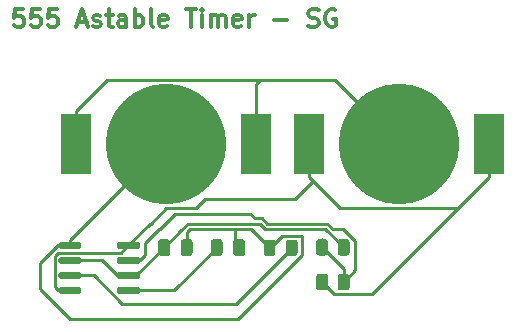
<source format=gbr>
%TF.GenerationSoftware,KiCad,Pcbnew,(5.1.10)-1*%
%TF.CreationDate,2021-09-27T22:12:15-07:00*%
%TF.ProjectId,KiCad_IntroProject_SG,4b694361-645f-4496-9e74-726f50726f6a,rev?*%
%TF.SameCoordinates,Original*%
%TF.FileFunction,Copper,L1,Top*%
%TF.FilePolarity,Positive*%
%FSLAX46Y46*%
G04 Gerber Fmt 4.6, Leading zero omitted, Abs format (unit mm)*
G04 Created by KiCad (PCBNEW (5.1.10)-1) date 2021-09-27 22:12:15*
%MOMM*%
%LPD*%
G01*
G04 APERTURE LIST*
%TA.AperFunction,NonConductor*%
%ADD10C,0.300000*%
%TD*%
%TA.AperFunction,SMDPad,CuDef*%
%ADD11R,2.500000X5.100000*%
%TD*%
%TA.AperFunction,SMDPad,CuDef*%
%ADD12C,10.200000*%
%TD*%
%TA.AperFunction,Conductor*%
%ADD13C,0.250000*%
%TD*%
G04 APERTURE END LIST*
D10*
X124302857Y-77918571D02*
X123588571Y-77918571D01*
X123517142Y-78632857D01*
X123588571Y-78561428D01*
X123731428Y-78490000D01*
X124088571Y-78490000D01*
X124231428Y-78561428D01*
X124302857Y-78632857D01*
X124374285Y-78775714D01*
X124374285Y-79132857D01*
X124302857Y-79275714D01*
X124231428Y-79347142D01*
X124088571Y-79418571D01*
X123731428Y-79418571D01*
X123588571Y-79347142D01*
X123517142Y-79275714D01*
X125731428Y-77918571D02*
X125017142Y-77918571D01*
X124945714Y-78632857D01*
X125017142Y-78561428D01*
X125160000Y-78490000D01*
X125517142Y-78490000D01*
X125660000Y-78561428D01*
X125731428Y-78632857D01*
X125802857Y-78775714D01*
X125802857Y-79132857D01*
X125731428Y-79275714D01*
X125660000Y-79347142D01*
X125517142Y-79418571D01*
X125160000Y-79418571D01*
X125017142Y-79347142D01*
X124945714Y-79275714D01*
X127160000Y-77918571D02*
X126445714Y-77918571D01*
X126374285Y-78632857D01*
X126445714Y-78561428D01*
X126588571Y-78490000D01*
X126945714Y-78490000D01*
X127088571Y-78561428D01*
X127160000Y-78632857D01*
X127231428Y-78775714D01*
X127231428Y-79132857D01*
X127160000Y-79275714D01*
X127088571Y-79347142D01*
X126945714Y-79418571D01*
X126588571Y-79418571D01*
X126445714Y-79347142D01*
X126374285Y-79275714D01*
X128945714Y-78990000D02*
X129660000Y-78990000D01*
X128802857Y-79418571D02*
X129302857Y-77918571D01*
X129802857Y-79418571D01*
X130231428Y-79347142D02*
X130374285Y-79418571D01*
X130660000Y-79418571D01*
X130802857Y-79347142D01*
X130874285Y-79204285D01*
X130874285Y-79132857D01*
X130802857Y-78990000D01*
X130660000Y-78918571D01*
X130445714Y-78918571D01*
X130302857Y-78847142D01*
X130231428Y-78704285D01*
X130231428Y-78632857D01*
X130302857Y-78490000D01*
X130445714Y-78418571D01*
X130660000Y-78418571D01*
X130802857Y-78490000D01*
X131302857Y-78418571D02*
X131874285Y-78418571D01*
X131517142Y-77918571D02*
X131517142Y-79204285D01*
X131588571Y-79347142D01*
X131731428Y-79418571D01*
X131874285Y-79418571D01*
X133017142Y-79418571D02*
X133017142Y-78632857D01*
X132945714Y-78490000D01*
X132802857Y-78418571D01*
X132517142Y-78418571D01*
X132374285Y-78490000D01*
X133017142Y-79347142D02*
X132874285Y-79418571D01*
X132517142Y-79418571D01*
X132374285Y-79347142D01*
X132302857Y-79204285D01*
X132302857Y-79061428D01*
X132374285Y-78918571D01*
X132517142Y-78847142D01*
X132874285Y-78847142D01*
X133017142Y-78775714D01*
X133731428Y-79418571D02*
X133731428Y-77918571D01*
X133731428Y-78490000D02*
X133874285Y-78418571D01*
X134160000Y-78418571D01*
X134302857Y-78490000D01*
X134374285Y-78561428D01*
X134445714Y-78704285D01*
X134445714Y-79132857D01*
X134374285Y-79275714D01*
X134302857Y-79347142D01*
X134160000Y-79418571D01*
X133874285Y-79418571D01*
X133731428Y-79347142D01*
X135302857Y-79418571D02*
X135160000Y-79347142D01*
X135088571Y-79204285D01*
X135088571Y-77918571D01*
X136445714Y-79347142D02*
X136302857Y-79418571D01*
X136017142Y-79418571D01*
X135874285Y-79347142D01*
X135802857Y-79204285D01*
X135802857Y-78632857D01*
X135874285Y-78490000D01*
X136017142Y-78418571D01*
X136302857Y-78418571D01*
X136445714Y-78490000D01*
X136517142Y-78632857D01*
X136517142Y-78775714D01*
X135802857Y-78918571D01*
X138088571Y-77918571D02*
X138945714Y-77918571D01*
X138517142Y-79418571D02*
X138517142Y-77918571D01*
X139445714Y-79418571D02*
X139445714Y-78418571D01*
X139445714Y-77918571D02*
X139374285Y-77990000D01*
X139445714Y-78061428D01*
X139517142Y-77990000D01*
X139445714Y-77918571D01*
X139445714Y-78061428D01*
X140160000Y-79418571D02*
X140160000Y-78418571D01*
X140160000Y-78561428D02*
X140231428Y-78490000D01*
X140374285Y-78418571D01*
X140588571Y-78418571D01*
X140731428Y-78490000D01*
X140802857Y-78632857D01*
X140802857Y-79418571D01*
X140802857Y-78632857D02*
X140874285Y-78490000D01*
X141017142Y-78418571D01*
X141231428Y-78418571D01*
X141374285Y-78490000D01*
X141445714Y-78632857D01*
X141445714Y-79418571D01*
X142731428Y-79347142D02*
X142588571Y-79418571D01*
X142302857Y-79418571D01*
X142160000Y-79347142D01*
X142088571Y-79204285D01*
X142088571Y-78632857D01*
X142160000Y-78490000D01*
X142302857Y-78418571D01*
X142588571Y-78418571D01*
X142731428Y-78490000D01*
X142802857Y-78632857D01*
X142802857Y-78775714D01*
X142088571Y-78918571D01*
X143445714Y-79418571D02*
X143445714Y-78418571D01*
X143445714Y-78704285D02*
X143517142Y-78561428D01*
X143588571Y-78490000D01*
X143731428Y-78418571D01*
X143874285Y-78418571D01*
X145517142Y-78847142D02*
X146660000Y-78847142D01*
X148445714Y-79347142D02*
X148660000Y-79418571D01*
X149017142Y-79418571D01*
X149160000Y-79347142D01*
X149231428Y-79275714D01*
X149302857Y-79132857D01*
X149302857Y-78990000D01*
X149231428Y-78847142D01*
X149160000Y-78775714D01*
X149017142Y-78704285D01*
X148731428Y-78632857D01*
X148588571Y-78561428D01*
X148517142Y-78490000D01*
X148445714Y-78347142D01*
X148445714Y-78204285D01*
X148517142Y-78061428D01*
X148588571Y-77990000D01*
X148731428Y-77918571D01*
X149088571Y-77918571D01*
X149302857Y-77990000D01*
X150731428Y-77990000D02*
X150588571Y-77918571D01*
X150374285Y-77918571D01*
X150160000Y-77990000D01*
X150017142Y-78132857D01*
X149945714Y-78275714D01*
X149874285Y-78561428D01*
X149874285Y-78775714D01*
X149945714Y-79061428D01*
X150017142Y-79204285D01*
X150160000Y-79347142D01*
X150374285Y-79418571D01*
X150517142Y-79418571D01*
X150731428Y-79347142D01*
X150802857Y-79275714D01*
X150802857Y-78775714D01*
X150517142Y-78775714D01*
D11*
%TO.P,BT1,1*%
%TO.N,Net-(BT1-Pad1)*%
X128775001Y-89325001D03*
X143975001Y-89325001D03*
D12*
%TO.P,BT1,2*%
%TO.N,GND*%
X136375001Y-89325001D03*
%TD*%
%TO.P,BT2,2*%
%TO.N,Net-(BT1-Pad1)*%
X156125001Y-89325001D03*
D11*
%TO.P,BT2,1*%
%TO.N,VCC*%
X163725001Y-89325001D03*
X148525001Y-89325001D03*
%TD*%
%TO.P,C1,2*%
%TO.N,GND*%
%TA.AperFunction,SMDPad,CuDef*%
G36*
G01*
X137625001Y-98580001D02*
X137625001Y-97630001D01*
G75*
G02*
X137875001Y-97380001I250000J0D01*
G01*
X138375001Y-97380001D01*
G75*
G02*
X138625001Y-97630001I0J-250000D01*
G01*
X138625001Y-98580001D01*
G75*
G02*
X138375001Y-98830001I-250000J0D01*
G01*
X137875001Y-98830001D01*
G75*
G02*
X137625001Y-98580001I0J250000D01*
G01*
G37*
%TD.AperFunction*%
%TO.P,C1,1*%
%TO.N,Net-(C1-Pad1)*%
%TA.AperFunction,SMDPad,CuDef*%
G36*
G01*
X135725001Y-98580001D02*
X135725001Y-97630001D01*
G75*
G02*
X135975001Y-97380001I250000J0D01*
G01*
X136475001Y-97380001D01*
G75*
G02*
X136725001Y-97630001I0J-250000D01*
G01*
X136725001Y-98580001D01*
G75*
G02*
X136475001Y-98830001I-250000J0D01*
G01*
X135975001Y-98830001D01*
G75*
G02*
X135725001Y-98580001I0J250000D01*
G01*
G37*
%TD.AperFunction*%
%TD*%
%TO.P,C2,1*%
%TO.N,Net-(C2-Pad1)*%
%TA.AperFunction,SMDPad,CuDef*%
G36*
G01*
X140175001Y-98580001D02*
X140175001Y-97630001D01*
G75*
G02*
X140425001Y-97380001I250000J0D01*
G01*
X140925001Y-97380001D01*
G75*
G02*
X141175001Y-97630001I0J-250000D01*
G01*
X141175001Y-98580001D01*
G75*
G02*
X140925001Y-98830001I-250000J0D01*
G01*
X140425001Y-98830001D01*
G75*
G02*
X140175001Y-98580001I0J250000D01*
G01*
G37*
%TD.AperFunction*%
%TO.P,C2,2*%
%TO.N,GND*%
%TA.AperFunction,SMDPad,CuDef*%
G36*
G01*
X142075001Y-98580001D02*
X142075001Y-97630001D01*
G75*
G02*
X142325001Y-97380001I250000J0D01*
G01*
X142825001Y-97380001D01*
G75*
G02*
X143075001Y-97630001I0J-250000D01*
G01*
X143075001Y-98580001D01*
G75*
G02*
X142825001Y-98830001I-250000J0D01*
G01*
X142325001Y-98830001D01*
G75*
G02*
X142075001Y-98580001I0J250000D01*
G01*
G37*
%TD.AperFunction*%
%TD*%
%TO.P,D1,1*%
%TO.N,GND*%
%TA.AperFunction,SMDPad,CuDef*%
G36*
G01*
X144670001Y-98576251D02*
X144670001Y-97663751D01*
G75*
G02*
X144913751Y-97420001I243750J0D01*
G01*
X145401251Y-97420001D01*
G75*
G02*
X145645001Y-97663751I0J-243750D01*
G01*
X145645001Y-98576251D01*
G75*
G02*
X145401251Y-98820001I-243750J0D01*
G01*
X144913751Y-98820001D01*
G75*
G02*
X144670001Y-98576251I0J243750D01*
G01*
G37*
%TD.AperFunction*%
%TO.P,D1,2*%
%TO.N,Net-(D1-Pad2)*%
%TA.AperFunction,SMDPad,CuDef*%
G36*
G01*
X146545001Y-98576251D02*
X146545001Y-97663751D01*
G75*
G02*
X146788751Y-97420001I243750J0D01*
G01*
X147276251Y-97420001D01*
G75*
G02*
X147520001Y-97663751I0J-243750D01*
G01*
X147520001Y-98576251D01*
G75*
G02*
X147276251Y-98820001I-243750J0D01*
G01*
X146788751Y-98820001D01*
G75*
G02*
X146545001Y-98576251I0J243750D01*
G01*
G37*
%TD.AperFunction*%
%TD*%
%TO.P,R1,1*%
%TO.N,Net-(R1-Pad1)*%
%TA.AperFunction,SMDPad,CuDef*%
G36*
G01*
X149080001Y-98525002D02*
X149080001Y-97625000D01*
G75*
G02*
X149330000Y-97375001I249999J0D01*
G01*
X149855002Y-97375001D01*
G75*
G02*
X150105001Y-97625000I0J-249999D01*
G01*
X150105001Y-98525002D01*
G75*
G02*
X149855002Y-98775001I-249999J0D01*
G01*
X149330000Y-98775001D01*
G75*
G02*
X149080001Y-98525002I0J249999D01*
G01*
G37*
%TD.AperFunction*%
%TO.P,R1,2*%
%TO.N,Net-(C1-Pad1)*%
%TA.AperFunction,SMDPad,CuDef*%
G36*
G01*
X150905001Y-98525002D02*
X150905001Y-97625000D01*
G75*
G02*
X151155000Y-97375001I249999J0D01*
G01*
X151680002Y-97375001D01*
G75*
G02*
X151930001Y-97625000I0J-249999D01*
G01*
X151930001Y-98525002D01*
G75*
G02*
X151680002Y-98775001I-249999J0D01*
G01*
X151155000Y-98775001D01*
G75*
G02*
X150905001Y-98525002I0J249999D01*
G01*
G37*
%TD.AperFunction*%
%TD*%
%TO.P,R2,2*%
%TO.N,Net-(R1-Pad1)*%
%TA.AperFunction,SMDPad,CuDef*%
G36*
G01*
X150905001Y-101475002D02*
X150905001Y-100575000D01*
G75*
G02*
X151155000Y-100325001I249999J0D01*
G01*
X151680002Y-100325001D01*
G75*
G02*
X151930001Y-100575000I0J-249999D01*
G01*
X151930001Y-101475002D01*
G75*
G02*
X151680002Y-101725001I-249999J0D01*
G01*
X151155000Y-101725001D01*
G75*
G02*
X150905001Y-101475002I0J249999D01*
G01*
G37*
%TD.AperFunction*%
%TO.P,R2,1*%
%TO.N,VCC*%
%TA.AperFunction,SMDPad,CuDef*%
G36*
G01*
X149080001Y-101475002D02*
X149080001Y-100575000D01*
G75*
G02*
X149330000Y-100325001I249999J0D01*
G01*
X149855002Y-100325001D01*
G75*
G02*
X150105001Y-100575000I0J-249999D01*
G01*
X150105001Y-101475002D01*
G75*
G02*
X149855002Y-101725001I-249999J0D01*
G01*
X149330000Y-101725001D01*
G75*
G02*
X149080001Y-101475002I0J249999D01*
G01*
G37*
%TD.AperFunction*%
%TD*%
%TO.P,U1,1*%
%TO.N,GND*%
%TA.AperFunction,SMDPad,CuDef*%
G36*
G01*
X127275001Y-98070001D02*
X127275001Y-97770001D01*
G75*
G02*
X127425001Y-97620001I150000J0D01*
G01*
X129075001Y-97620001D01*
G75*
G02*
X129225001Y-97770001I0J-150000D01*
G01*
X129225001Y-98070001D01*
G75*
G02*
X129075001Y-98220001I-150000J0D01*
G01*
X127425001Y-98220001D01*
G75*
G02*
X127275001Y-98070001I0J150000D01*
G01*
G37*
%TD.AperFunction*%
%TO.P,U1,2*%
%TO.N,Net-(C1-Pad1)*%
%TA.AperFunction,SMDPad,CuDef*%
G36*
G01*
X127275001Y-99340001D02*
X127275001Y-99040001D01*
G75*
G02*
X127425001Y-98890001I150000J0D01*
G01*
X129075001Y-98890001D01*
G75*
G02*
X129225001Y-99040001I0J-150000D01*
G01*
X129225001Y-99340001D01*
G75*
G02*
X129075001Y-99490001I-150000J0D01*
G01*
X127425001Y-99490001D01*
G75*
G02*
X127275001Y-99340001I0J150000D01*
G01*
G37*
%TD.AperFunction*%
%TO.P,U1,3*%
%TO.N,Net-(D1-Pad2)*%
%TA.AperFunction,SMDPad,CuDef*%
G36*
G01*
X127275001Y-100610001D02*
X127275001Y-100310001D01*
G75*
G02*
X127425001Y-100160001I150000J0D01*
G01*
X129075001Y-100160001D01*
G75*
G02*
X129225001Y-100310001I0J-150000D01*
G01*
X129225001Y-100610001D01*
G75*
G02*
X129075001Y-100760001I-150000J0D01*
G01*
X127425001Y-100760001D01*
G75*
G02*
X127275001Y-100610001I0J150000D01*
G01*
G37*
%TD.AperFunction*%
%TO.P,U1,4*%
%TO.N,VCC*%
%TA.AperFunction,SMDPad,CuDef*%
G36*
G01*
X127275001Y-101880001D02*
X127275001Y-101580001D01*
G75*
G02*
X127425001Y-101430001I150000J0D01*
G01*
X129075001Y-101430001D01*
G75*
G02*
X129225001Y-101580001I0J-150000D01*
G01*
X129225001Y-101880001D01*
G75*
G02*
X129075001Y-102030001I-150000J0D01*
G01*
X127425001Y-102030001D01*
G75*
G02*
X127275001Y-101880001I0J150000D01*
G01*
G37*
%TD.AperFunction*%
%TO.P,U1,5*%
%TO.N,Net-(C2-Pad1)*%
%TA.AperFunction,SMDPad,CuDef*%
G36*
G01*
X132225001Y-101880001D02*
X132225001Y-101580001D01*
G75*
G02*
X132375001Y-101430001I150000J0D01*
G01*
X134025001Y-101430001D01*
G75*
G02*
X134175001Y-101580001I0J-150000D01*
G01*
X134175001Y-101880001D01*
G75*
G02*
X134025001Y-102030001I-150000J0D01*
G01*
X132375001Y-102030001D01*
G75*
G02*
X132225001Y-101880001I0J150000D01*
G01*
G37*
%TD.AperFunction*%
%TO.P,U1,6*%
%TO.N,Net-(C1-Pad1)*%
%TA.AperFunction,SMDPad,CuDef*%
G36*
G01*
X132225001Y-100610001D02*
X132225001Y-100310001D01*
G75*
G02*
X132375001Y-100160001I150000J0D01*
G01*
X134025001Y-100160001D01*
G75*
G02*
X134175001Y-100310001I0J-150000D01*
G01*
X134175001Y-100610001D01*
G75*
G02*
X134025001Y-100760001I-150000J0D01*
G01*
X132375001Y-100760001D01*
G75*
G02*
X132225001Y-100610001I0J150000D01*
G01*
G37*
%TD.AperFunction*%
%TO.P,U1,7*%
%TO.N,Net-(R1-Pad1)*%
%TA.AperFunction,SMDPad,CuDef*%
G36*
G01*
X132225001Y-99340001D02*
X132225001Y-99040001D01*
G75*
G02*
X132375001Y-98890001I150000J0D01*
G01*
X134025001Y-98890001D01*
G75*
G02*
X134175001Y-99040001I0J-150000D01*
G01*
X134175001Y-99340001D01*
G75*
G02*
X134025001Y-99490001I-150000J0D01*
G01*
X132375001Y-99490001D01*
G75*
G02*
X132225001Y-99340001I0J150000D01*
G01*
G37*
%TD.AperFunction*%
%TO.P,U1,8*%
%TO.N,VCC*%
%TA.AperFunction,SMDPad,CuDef*%
G36*
G01*
X132225001Y-98070001D02*
X132225001Y-97770001D01*
G75*
G02*
X132375001Y-97620001I150000J0D01*
G01*
X134025001Y-97620001D01*
G75*
G02*
X134175001Y-97770001I0J-150000D01*
G01*
X134175001Y-98070001D01*
G75*
G02*
X134025001Y-98220001I-150000J0D01*
G01*
X132375001Y-98220001D01*
G75*
G02*
X132225001Y-98070001I0J150000D01*
G01*
G37*
%TD.AperFunction*%
%TD*%
D13*
%TO.N,Net-(BT1-Pad1)*%
X150700000Y-83900000D02*
X156125001Y-89325001D01*
X128775001Y-86525001D02*
X131400002Y-83900000D01*
X128775001Y-89325001D02*
X128775001Y-86525001D01*
X143975001Y-89325001D02*
X143975001Y-84285001D01*
X144360002Y-83900000D02*
X144700000Y-83900000D01*
X143975001Y-84285001D02*
X144360002Y-83900000D01*
X144700000Y-83900000D02*
X150700000Y-83900000D01*
X131400002Y-83900000D02*
X144700000Y-83900000D01*
%TO.N,GND*%
X136375001Y-89325001D02*
X132990002Y-92710000D01*
X128270000Y-97900002D02*
X128250001Y-97920001D01*
X138125001Y-98105001D02*
X138125001Y-96824999D01*
X138125001Y-96824999D02*
X138430000Y-96520000D01*
X138430000Y-96520000D02*
X142240000Y-96520000D01*
X142240000Y-97770000D02*
X142575001Y-98105001D01*
X142240000Y-96520000D02*
X142240000Y-97770000D01*
X143557500Y-96520000D02*
X145157501Y-98120001D01*
X142240000Y-96520000D02*
X143557500Y-96520000D01*
X146182511Y-97094991D02*
X147894991Y-97094991D01*
X145157501Y-98120001D02*
X146182511Y-97094991D01*
X147894991Y-98761861D02*
X142516852Y-104140000D01*
X147894991Y-97094991D02*
X147894991Y-98761861D01*
X142516852Y-104140000D02*
X128270000Y-104140000D01*
X128270000Y-104140000D02*
X125730000Y-101600000D01*
X128250001Y-97450001D02*
X136375001Y-89325001D01*
X128250001Y-97920001D02*
X128250001Y-97450001D01*
X127236823Y-97920001D02*
X128250001Y-97920001D01*
X125730000Y-99426824D02*
X127236823Y-97920001D01*
X125730000Y-101600000D02*
X125730000Y-99426824D01*
%TO.N,VCC*%
X148525001Y-92125001D02*
X148525001Y-89325001D01*
X163725001Y-92125001D02*
X161100000Y-94750002D01*
X163725001Y-89325001D02*
X163725001Y-92125001D01*
X151900002Y-94750002D02*
X151150002Y-94750002D01*
X161100000Y-94750002D02*
X151900002Y-94750002D01*
X127275001Y-101730001D02*
X126949991Y-101404991D01*
X128250001Y-101730001D02*
X127275001Y-101730001D01*
X132555011Y-98564991D02*
X133200001Y-97920001D01*
X127228243Y-98564991D02*
X132555011Y-98564991D01*
X126949991Y-98843243D02*
X127228243Y-98564991D01*
X126949991Y-101404991D02*
X126949991Y-98843243D01*
X147320000Y-93980000D02*
X148850000Y-92450000D01*
X139700000Y-93980000D02*
X147320000Y-93980000D01*
X148850000Y-92450000D02*
X148525001Y-92125001D01*
X151150002Y-94750002D02*
X148850000Y-92450000D01*
X138929998Y-94750002D02*
X139700000Y-93980000D01*
X135070009Y-96069991D02*
X136389998Y-94750002D01*
X136389998Y-94750002D02*
X138929998Y-94750002D01*
X135050011Y-96069991D02*
X135070009Y-96069991D01*
X133200001Y-97920001D02*
X135050011Y-96069991D01*
X153799991Y-102050011D02*
X161100000Y-94750002D01*
X150617511Y-102050011D02*
X153799991Y-102050011D01*
X149592501Y-101025001D02*
X150617511Y-102050011D01*
%TO.N,Net-(C1-Pad1)*%
X133870001Y-100460001D02*
X136225001Y-98105001D01*
X133200001Y-100460001D02*
X133870001Y-100460001D01*
X136225001Y-98088589D02*
X136225001Y-98105001D01*
X136526410Y-97803592D02*
X136225001Y-98105001D01*
X132225001Y-100460001D02*
X133200001Y-100460001D01*
X130955001Y-99190001D02*
X132225001Y-100460001D01*
X128250001Y-99190001D02*
X130955001Y-99190001D01*
X149862500Y-96520000D02*
X151417501Y-98075001D01*
X144780000Y-96520000D02*
X149862500Y-96520000D01*
X144329990Y-96069990D02*
X144780000Y-96520000D01*
X138243600Y-96069990D02*
X144329990Y-96069990D01*
X137674992Y-96638598D02*
X138243600Y-96069990D01*
X137674992Y-96655010D02*
X137674992Y-96638598D01*
X136225001Y-98105001D02*
X137674992Y-96655010D01*
%TO.N,Net-(C2-Pad1)*%
X137050001Y-101730001D02*
X140675001Y-98105001D01*
X133200001Y-101730001D02*
X137050001Y-101730001D01*
%TO.N,Net-(D1-Pad2)*%
X142282502Y-102870000D02*
X147032501Y-98120001D01*
X132693232Y-102870000D02*
X142282502Y-102870000D01*
X130283233Y-100460001D02*
X132693232Y-102870000D01*
X128250001Y-100460001D02*
X130283233Y-100460001D01*
%TO.N,Net-(R1-Pad1)*%
X151417501Y-99900001D02*
X149592501Y-98075001D01*
X151417501Y-101025001D02*
X151417501Y-99900001D01*
X149592501Y-98075001D02*
X149592501Y-97375001D01*
X134175001Y-99190001D02*
X133200001Y-99190001D01*
X151417501Y-101025001D02*
X152400000Y-100042502D01*
X152400000Y-97531810D02*
X151388190Y-96520000D01*
X135774991Y-96520000D02*
X134620000Y-97674991D01*
X152400000Y-100042502D02*
X152400000Y-97531810D01*
X151388190Y-96520000D02*
X150498910Y-96520000D01*
X134620000Y-97674991D02*
X134620000Y-98745002D01*
X150498910Y-96520000D02*
X150048900Y-96069990D01*
X150048900Y-96069990D02*
X144966400Y-96069990D01*
X144966400Y-96069990D02*
X144516390Y-95619980D01*
X144516390Y-95619980D02*
X143879980Y-95619980D01*
X143879980Y-95619980D02*
X143510000Y-95250000D01*
X143510000Y-95250000D02*
X137160000Y-95250000D01*
X134620000Y-98745002D02*
X134175001Y-99190001D01*
X137160000Y-95250000D02*
X135890000Y-96520000D01*
X135890000Y-96520000D02*
X135774991Y-96520000D01*
%TD*%
M02*

</source>
